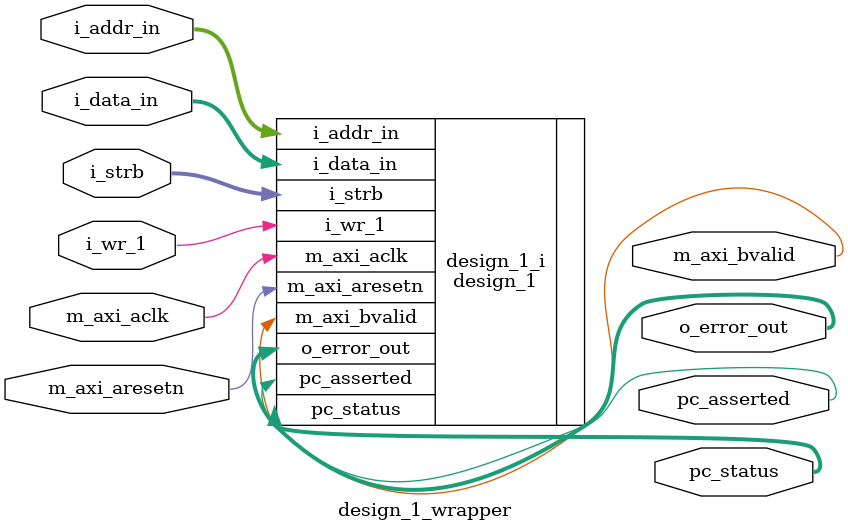
<source format=v>
`timescale 1 ps / 1 ps

module design_1_wrapper
   (i_addr_in,
    i_data_in,
    i_strb,
    i_wr_1,
    m_axi_aclk,
    m_axi_aresetn,
    m_axi_bvalid,
    o_error_out,
    pc_asserted,
    pc_status);
  input [31:0]i_addr_in;
  input [31:0]i_data_in;
  input [3:0]i_strb;
  input i_wr_1;
  input m_axi_aclk;
  input m_axi_aresetn;
  output m_axi_bvalid;
  output [1:0]o_error_out;
  output pc_asserted;
  output [159:0]pc_status;

  wire [31:0]i_addr_in;
  wire [31:0]i_data_in;
  wire [3:0]i_strb;
  wire i_wr_1;
  wire m_axi_aclk;
  wire m_axi_aresetn;
  wire m_axi_bvalid;
  wire [1:0]o_error_out;
  wire pc_asserted;
  wire [159:0]pc_status;

  design_1 design_1_i
       (.i_addr_in(i_addr_in),
        .i_data_in(i_data_in),
        .i_strb(i_strb),
        .i_wr_1(i_wr_1),
        .m_axi_aclk(m_axi_aclk),
        .m_axi_aresetn(m_axi_aresetn),
        .m_axi_bvalid(m_axi_bvalid),
        .o_error_out(o_error_out),
        .pc_asserted(pc_asserted),
        .pc_status(pc_status));
endmodule

</source>
